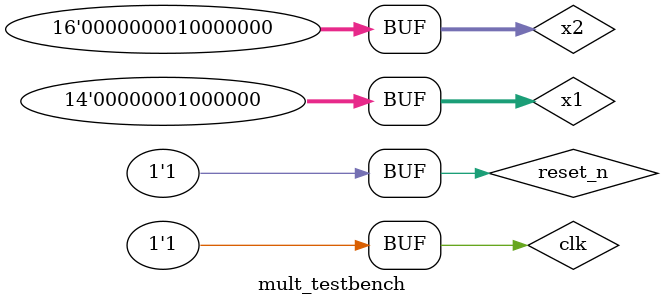
<source format=v>

module mult_testbench(

);

reg clk,reset_n;

parameter Q1 = 14;
parameter Q2 = 16;

reg [Q1-1:0] x1;
reg [Q2-1:0] x2;
wire [Q1+Q2-1:0] y;

always begin
  #(10) clk = 1'b0;
  #(10) clk = 1'b1;
end

initial 
begin
	reset_n <= 1;
	
	x1 <= 32;
	x2 <= 16;
	
	#60
	
	x1 <= 64;
	x2 <= 128;
	
end
	
	
multiplicador mult_instance(
	
	.clk(clk),
	.reset_n(reset_n),
	.x1(x1),
	.x2(x2),
	.y(y)

);

defparam mult_instance.Q1 = Q1;
defparam mult_instance.Q2 = Q2;


endmodule


</source>
